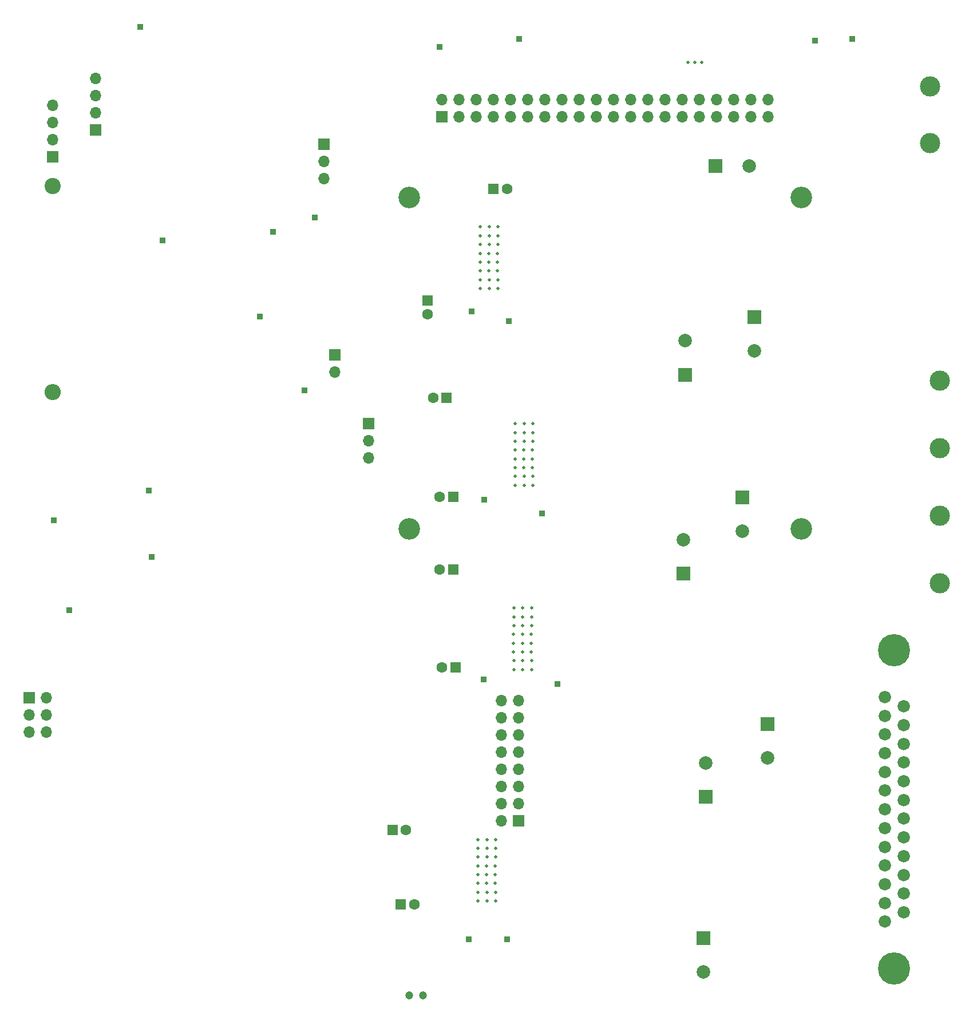
<source format=gbr>
%TF.GenerationSoftware,KiCad,Pcbnew,6.0.6+dfsg-1~bpo11+1*%
%TF.CreationDate,2022-11-12T15:23:50-08:00*%
%TF.ProjectId,BuildboticsController,4275696c-6462-46f7-9469-6373436f6e74,rev?*%
%TF.SameCoordinates,Original*%
%TF.FileFunction,Soldermask,Bot*%
%TF.FilePolarity,Negative*%
%FSLAX46Y46*%
G04 Gerber Fmt 4.6, Leading zero omitted, Abs format (unit mm)*
G04 Created by KiCad (PCBNEW 6.0.6+dfsg-1~bpo11+1) date 2022-11-12 15:23:50*
%MOMM*%
%LPD*%
G01*
G04 APERTURE LIST*
%ADD10R,1.700000X1.700000*%
%ADD11O,1.700000X1.700000*%
%ADD12R,0.850000X0.850000*%
%ADD13C,0.499999*%
%ADD14R,1.600000X1.600000*%
%ADD15C,1.600000*%
%ADD16R,2.000000X2.000000*%
%ADD17C,2.000000*%
%ADD18C,1.200000*%
%ADD19C,3.000000*%
%ADD20C,2.400000*%
%ADD21O,2.400000X2.400000*%
%ADD22C,3.200000*%
%ADD23C,4.770000*%
%ADD24C,1.830000*%
G04 APERTURE END LIST*
D10*
%TO.C,J11*%
X67900000Y-41375000D03*
D11*
X67900000Y-43915000D03*
X67900000Y-46455000D03*
%TD*%
D12*
%TO.C,TP13*%
X42400000Y-102370000D03*
%TD*%
%TO.C,TP8*%
X58380000Y-66800000D03*
%TD*%
%TO.C,TP3*%
X60386000Y-54290000D03*
%TD*%
D10*
%TO.C,J12*%
X74500000Y-82675000D03*
D11*
X74500000Y-85215000D03*
X74500000Y-87755000D03*
%TD*%
D13*
%TO.C,U9*%
X96000000Y-112550000D03*
X95950000Y-115150001D03*
X96000000Y-119050000D03*
X98550000Y-113850000D03*
X97250000Y-113850000D03*
X97300000Y-119050000D03*
X95950000Y-116450001D03*
X97300000Y-112550000D03*
X95950000Y-113850000D03*
X98600000Y-109949999D03*
X98600000Y-119050000D03*
X98600000Y-117750000D03*
X96000000Y-111250000D03*
X97250000Y-115150001D03*
X98600000Y-112550000D03*
X97300000Y-111250000D03*
X98550000Y-116450001D03*
X98600000Y-111250000D03*
X96000000Y-109949999D03*
X97300000Y-117750000D03*
X97300000Y-109949999D03*
X98550000Y-115150001D03*
X97250000Y-116450001D03*
X96000000Y-117750000D03*
%TD*%
D12*
%TO.C,TP6*%
X40750000Y-24000000D03*
%TD*%
D13*
%TO.C,U8*%
X121749999Y-29250000D03*
X122750000Y-29275400D03*
X123750001Y-29250000D03*
%TD*%
D10*
%TO.C,J10*%
X85370000Y-37270000D03*
D11*
X85370000Y-34730000D03*
X87910000Y-37270000D03*
X87910000Y-34730000D03*
X90450000Y-37270000D03*
X90450000Y-34730000D03*
X92990000Y-37270000D03*
X92990000Y-34730000D03*
X95530000Y-37270000D03*
X95530000Y-34730000D03*
X98070000Y-37270000D03*
X98070000Y-34730000D03*
X100610000Y-37270000D03*
X100610000Y-34730000D03*
X103150000Y-37270000D03*
X103150000Y-34730000D03*
X105690000Y-37270000D03*
X105690000Y-34730000D03*
X108230000Y-37270000D03*
X108230000Y-34730000D03*
X110770000Y-37270000D03*
X110770000Y-34730000D03*
X113310000Y-37270000D03*
X113310000Y-34730000D03*
X115850000Y-37270000D03*
X115850000Y-34730000D03*
X118390000Y-37270000D03*
X118390000Y-34730000D03*
X120930000Y-37270000D03*
X120930000Y-34730000D03*
X123470000Y-37270000D03*
X123470000Y-34730000D03*
X126010000Y-37270000D03*
X126010000Y-34730000D03*
X128550000Y-37270000D03*
X128550000Y-34730000D03*
X131090000Y-37270000D03*
X131090000Y-34730000D03*
X133630000Y-37270000D03*
X133630000Y-34730000D03*
%TD*%
D14*
%TO.C,C58*%
X86035113Y-78870000D03*
D15*
X84035113Y-78870000D03*
%TD*%
D12*
%TO.C,TP14*%
X146000000Y-25750000D03*
%TD*%
D16*
%TO.C,C55*%
X129750000Y-93632323D03*
D17*
X129750000Y-98632323D03*
%TD*%
D16*
%TO.C,C66*%
X131550000Y-66910000D03*
D17*
X131550000Y-71910000D03*
%TD*%
D10*
%TO.C,J4*%
X24250000Y-123250000D03*
D11*
X26790000Y-123250000D03*
X24250000Y-125790000D03*
X26790000Y-125790000D03*
X24250000Y-128330000D03*
X26790000Y-128330000D03*
%TD*%
D12*
%TO.C,TP21*%
X89700000Y-66100000D03*
%TD*%
%TO.C,TP4*%
X85000000Y-27000000D03*
%TD*%
D16*
%TO.C,C2*%
X124000000Y-158750000D03*
D17*
X124000000Y-163750000D03*
%TD*%
D12*
%TO.C,TP17*%
X91550000Y-120500000D03*
%TD*%
D10*
%TO.C,J6*%
X96700000Y-141400000D03*
D11*
X94160000Y-141400000D03*
X96700000Y-138860000D03*
X94160000Y-138860000D03*
X96700000Y-136320000D03*
X94160000Y-136320000D03*
X96700000Y-133780000D03*
X94160000Y-133780000D03*
X96700000Y-131240000D03*
X94160000Y-131240000D03*
X96700000Y-128700000D03*
X94160000Y-128700000D03*
X96700000Y-126160000D03*
X94160000Y-126160000D03*
X96700000Y-123620000D03*
X94160000Y-123620000D03*
%TD*%
D16*
%TO.C,C44*%
X133500000Y-127132323D03*
D17*
X133500000Y-132132323D03*
%TD*%
D12*
%TO.C,TP2*%
X96750000Y-25750000D03*
%TD*%
%TO.C,TP12*%
X30250000Y-110250000D03*
%TD*%
D14*
%TO.C,C68*%
X92958888Y-47940000D03*
D15*
X94958888Y-47940000D03*
%TD*%
D18*
%TO.C,C93*%
X82522000Y-167282000D03*
X80522000Y-167282000D03*
%TD*%
D14*
%TO.C,C46*%
X87340000Y-118750000D03*
D15*
X85340000Y-118750000D03*
%TD*%
D19*
%TO.C,J2*%
X157550000Y-32800000D03*
X157550000Y-41200000D03*
%TD*%
D16*
%TO.C,C56*%
X121340000Y-75440000D03*
D17*
X121340000Y-70440000D03*
%TD*%
D12*
%TO.C,TP19*%
X91620000Y-93900000D03*
%TD*%
D14*
%TO.C,C67*%
X83240000Y-64490000D03*
D15*
X83240000Y-66490000D03*
%TD*%
D12*
%TO.C,TP18*%
X102400000Y-121200000D03*
%TD*%
D20*
%TO.C,R25*%
X27800000Y-47555000D03*
D21*
X27800000Y-78035000D03*
%TD*%
D12*
%TO.C,TP22*%
X95270000Y-67540000D03*
%TD*%
D22*
%TO.C,REF\u002A\u002A*%
X138500000Y-49250000D03*
%TD*%
D12*
%TO.C,TP20*%
X100160000Y-95940000D03*
%TD*%
%TO.C,TP11*%
X42000000Y-92600000D03*
%TD*%
%TO.C,TP16*%
X95000000Y-159000000D03*
%TD*%
D23*
%TO.C,J5*%
X152250000Y-116230000D03*
X152250000Y-163270000D03*
D24*
X150830000Y-156370000D03*
X150830000Y-153600000D03*
X150830000Y-150830000D03*
X150830000Y-148060000D03*
X150830000Y-145290000D03*
X150830000Y-142520000D03*
X150830000Y-139750000D03*
X150830000Y-136980000D03*
X150830000Y-134210000D03*
X150830000Y-131440000D03*
X150830000Y-128670000D03*
X150830000Y-125900000D03*
X150830000Y-123130000D03*
X153670000Y-154985000D03*
X153670000Y-152215000D03*
X153670000Y-149445000D03*
X153670000Y-146675000D03*
X153670000Y-143905000D03*
X153670000Y-141135000D03*
X153670000Y-138365000D03*
X153670000Y-135595000D03*
X153670000Y-132825000D03*
X153670000Y-130055000D03*
X153670000Y-127285000D03*
X153670000Y-124515000D03*
%TD*%
D10*
%TO.C,J13*%
X27750000Y-43250000D03*
D11*
X27750000Y-40710000D03*
X27750000Y-38170000D03*
X27750000Y-35630000D03*
%TD*%
D22*
%TO.C,REF\u002A\u002A*%
X80500000Y-98250000D03*
%TD*%
%TO.C,REF\u002A\u002A*%
X138500000Y-98250000D03*
%TD*%
D14*
%TO.C,C4*%
X79244888Y-153800000D03*
D15*
X81244888Y-153800000D03*
%TD*%
D19*
%TO.C,J8*%
X159000000Y-86300000D03*
%TD*%
D14*
%TO.C,C57*%
X87005112Y-93510000D03*
D15*
X85005112Y-93510000D03*
%TD*%
D19*
%TO.C,J9*%
X159000000Y-76300000D03*
%TD*%
D13*
%TO.C,U1*%
X91950000Y-148100000D03*
X93250000Y-149400001D03*
X93250000Y-150700001D03*
X90650000Y-150700001D03*
X90700000Y-145500000D03*
X93300000Y-145500000D03*
X92000000Y-145500000D03*
X90700000Y-152000000D03*
X90700000Y-153300000D03*
X90650000Y-148100000D03*
X92000000Y-144199999D03*
X92000000Y-146800000D03*
X93300000Y-152000000D03*
X92000000Y-152000000D03*
X91950000Y-149400001D03*
X90700000Y-144199999D03*
X91950000Y-150700001D03*
X92000000Y-153300000D03*
X93300000Y-144199999D03*
X90650000Y-149400001D03*
X93300000Y-153300000D03*
X90700000Y-146800000D03*
X93250000Y-148100000D03*
X93300000Y-146800000D03*
%TD*%
D10*
%TO.C,J3*%
X69500000Y-72500000D03*
D11*
X69500000Y-75040000D03*
%TD*%
D19*
%TO.C,J7*%
X159000000Y-96300000D03*
%TD*%
D16*
%TO.C,C45*%
X121050000Y-104850000D03*
D17*
X121050000Y-99850000D03*
%TD*%
D14*
%TO.C,C47*%
X87015112Y-104290000D03*
D15*
X85015112Y-104290000D03*
%TD*%
D12*
%TO.C,TP1*%
X140500000Y-26000000D03*
%TD*%
%TO.C,TP10*%
X27900000Y-97000000D03*
%TD*%
D16*
%TO.C,C3*%
X124400000Y-137867677D03*
D17*
X124400000Y-132867677D03*
%TD*%
D12*
%TO.C,TP9*%
X65000000Y-77800000D03*
%TD*%
D19*
%TO.C,J1*%
X159000000Y-106300000D03*
%TD*%
D14*
%TO.C,C5*%
X78014888Y-142780000D03*
D15*
X80014888Y-142780000D03*
%TD*%
D22*
%TO.C,REF\u002A\u002A*%
X80500000Y-49250000D03*
%TD*%
D12*
%TO.C,TP5*%
X66560000Y-52190000D03*
%TD*%
%TO.C,TP7*%
X44000000Y-55600000D03*
%TD*%
D13*
%TO.C,U12*%
X91030000Y-54890000D03*
X92280000Y-57490000D03*
X92330000Y-56190000D03*
X93580000Y-58790001D03*
X92280000Y-58790001D03*
X92330000Y-53589999D03*
X93630000Y-54890000D03*
X93580000Y-60090001D03*
X90980000Y-57490000D03*
X93630000Y-53589999D03*
X91030000Y-61390000D03*
X93630000Y-61390000D03*
X93630000Y-62690000D03*
X91030000Y-53589999D03*
X90980000Y-58790001D03*
X92330000Y-62690000D03*
X92330000Y-61390000D03*
X93630000Y-56190000D03*
X93580000Y-57490000D03*
X92280000Y-60090001D03*
X92330000Y-54890000D03*
X91030000Y-62690000D03*
X90980000Y-60090001D03*
X91030000Y-56190000D03*
%TD*%
%TO.C,U11*%
X98800000Y-82699999D03*
X97500000Y-90500000D03*
X98800000Y-84000000D03*
X96200000Y-91800000D03*
X96200000Y-85300000D03*
X96150000Y-87900001D03*
X96150000Y-86600000D03*
X98750000Y-86600000D03*
X97450000Y-87900001D03*
X97450000Y-89200001D03*
X98750000Y-89200001D03*
X98800000Y-85300000D03*
X97450000Y-86600000D03*
X97500000Y-85300000D03*
X97500000Y-91800000D03*
X97500000Y-84000000D03*
X98750000Y-87900001D03*
X98800000Y-90500000D03*
X96200000Y-82699999D03*
X98800000Y-91800000D03*
X96200000Y-84000000D03*
X96150000Y-89200001D03*
X97500000Y-82699999D03*
X96200000Y-90500000D03*
%TD*%
D16*
%TO.C,C65*%
X125832323Y-44600000D03*
D17*
X130832323Y-44600000D03*
%TD*%
D10*
%TO.C,J14*%
X34100000Y-39280000D03*
D11*
X34100000Y-36740000D03*
X34100000Y-34200000D03*
X34100000Y-31660000D03*
%TD*%
D12*
%TO.C,TP15*%
X89300000Y-159000000D03*
%TD*%
M02*

</source>
